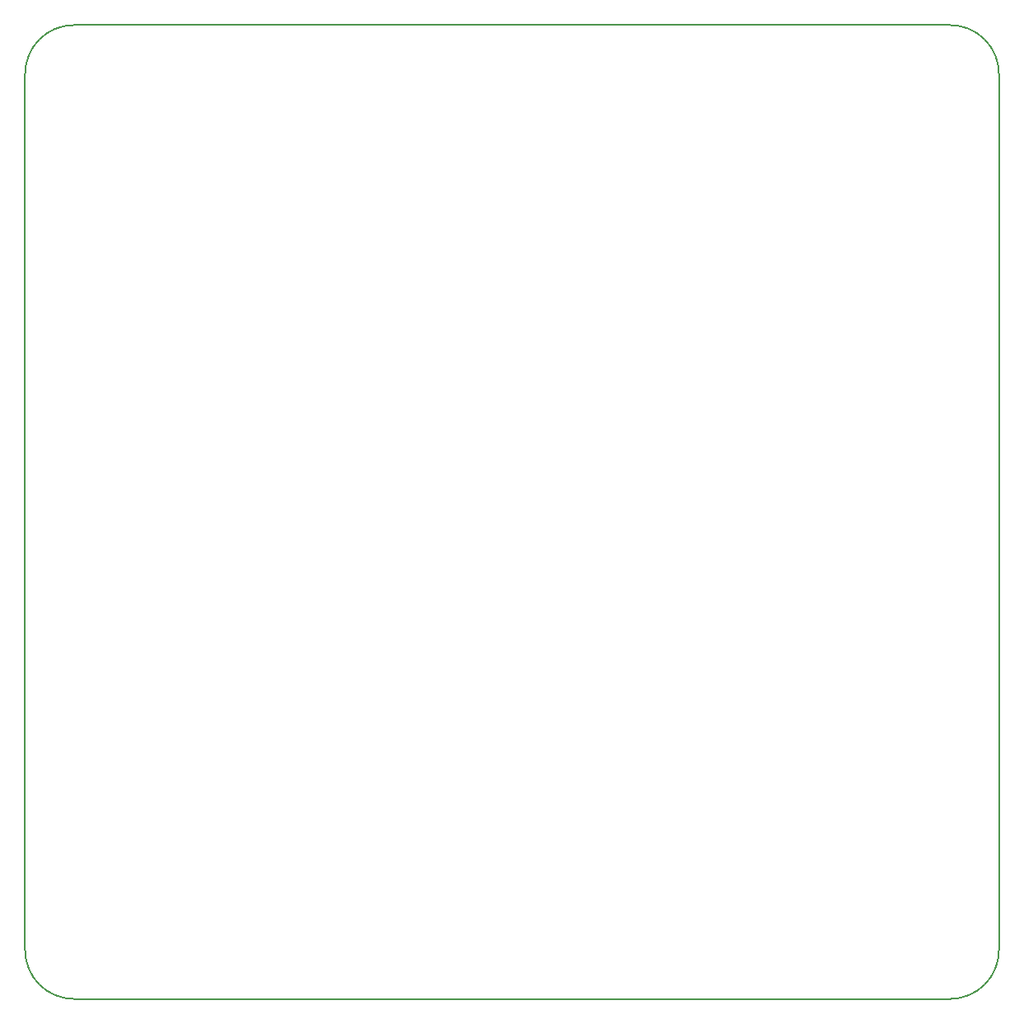
<source format=gbr>
G04 #@! TF.FileFunction,Profile,NP*
%FSLAX46Y46*%
G04 Gerber Fmt 4.6, Leading zero omitted, Abs format (unit mm)*
G04 Created by KiCad (PCBNEW 4.0.4-stable) date 06/24/17 02:30:33*
%MOMM*%
%LPD*%
G01*
G04 APERTURE LIST*
%ADD10C,0.100000*%
%ADD11C,0.150000*%
G04 APERTURE END LIST*
D10*
D11*
X19950000Y-130030000D02*
X109950000Y-130030000D01*
X14950000Y-35030000D02*
X14950000Y-125030000D01*
X114950000Y-125030000D02*
X114950000Y-35030000D01*
X109950000Y-130030000D02*
G75*
G03X114950000Y-125030000I0J5000000D01*
G01*
X14950000Y-125030000D02*
G75*
G03X19950000Y-130030000I5000000J0D01*
G01*
X19950000Y-30030000D02*
G75*
G03X14950000Y-35030000I0J-5000000D01*
G01*
X109950000Y-30030000D02*
X19950000Y-30030000D01*
X114950000Y-35030000D02*
G75*
G03X109950000Y-30030000I-5000000J0D01*
G01*
M02*

</source>
